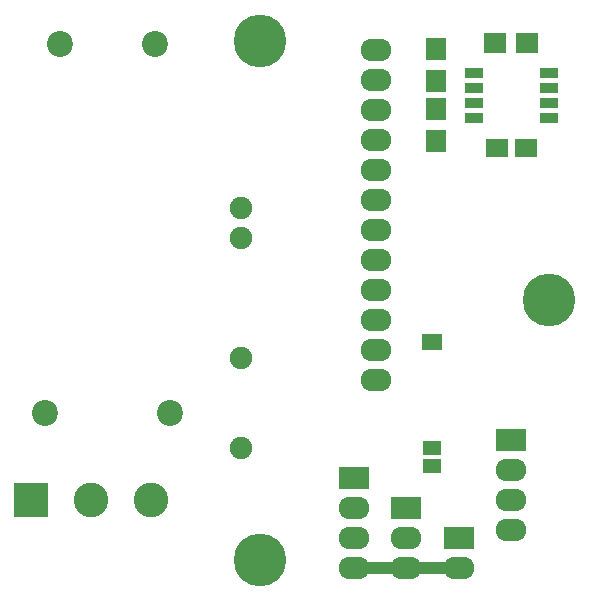
<source format=gbr>
G04 #@! TF.FileFunction,Soldermask,Top*
%FSLAX46Y46*%
G04 Gerber Fmt 4.6, Leading zero omitted, Abs format (unit mm)*
G04 Created by KiCad (PCBNEW 4.0.1-stable) date 8-3-2016 22:19:15*
%MOMM*%
G01*
G04 APERTURE LIST*
%ADD10C,0.100000*%
%ADD11C,1.000000*%
%ADD12C,2.200000*%
%ADD13C,4.464000*%
%ADD14R,1.900000X1.650000*%
%ADD15R,2.940000X2.940000*%
%ADD16C,2.940000*%
%ADD17R,2.599640X1.924000*%
%ADD18O,2.599640X1.924000*%
%ADD19R,1.700000X1.900000*%
%ADD20R,1.900000X1.700000*%
%ADD21R,1.543000X0.908000*%
%ADD22O,2.597100X1.924000*%
%ADD23C,1.900000*%
%ADD24R,1.600000X1.200000*%
%ADD25R,1.800000X1.400000*%
G04 APERTURE END LIST*
D10*
D11*
X155480000Y-125125000D02*
X164370000Y-125125000D01*
D12*
X129300000Y-112000000D03*
X139900000Y-112000000D03*
X138600000Y-80800000D03*
X130600000Y-80800000D03*
D13*
X172000000Y-102500000D03*
X147500000Y-80500000D03*
X147500000Y-124500000D03*
D14*
X167565000Y-89565000D03*
X170065000Y-89565000D03*
D15*
X128175000Y-119410000D03*
D16*
X133255000Y-119410000D03*
X138335000Y-119410000D03*
D17*
X159925000Y-120045000D03*
D18*
X159925000Y-122585000D03*
X159925000Y-125125000D03*
D17*
X155480000Y-117505000D03*
D18*
X155480000Y-120045000D03*
X155480000Y-122585000D03*
X155480000Y-125125000D03*
D17*
X164370000Y-122585000D03*
D18*
X164370000Y-125125000D03*
D19*
X162465000Y-86310000D03*
X162465000Y-89010000D03*
X162465000Y-81230000D03*
X162465000Y-83930000D03*
D20*
X170165000Y-80675000D03*
X167465000Y-80675000D03*
D21*
X171990000Y-83215000D03*
X171990000Y-84485000D03*
X171990000Y-85755000D03*
X171990000Y-87025000D03*
X165640000Y-87025000D03*
X165640000Y-85755000D03*
X165640000Y-84485000D03*
X165640000Y-83215000D03*
D17*
X168815000Y-114330000D03*
D18*
X168815000Y-116870000D03*
X168815000Y-119410000D03*
X168815000Y-121950000D03*
X157385000Y-109250000D03*
D22*
X157385000Y-106710000D03*
X157385000Y-104170000D03*
X157385000Y-101630000D03*
X157385000Y-99090000D03*
X157385000Y-96550000D03*
X157385000Y-94010000D03*
X157385000Y-91470000D03*
X157385000Y-88930000D03*
X157385000Y-86390000D03*
X157385000Y-83850000D03*
X157385000Y-81310000D03*
D23*
X145955000Y-114965000D03*
X145955000Y-107345000D03*
X145955000Y-97185000D03*
X145955000Y-94645000D03*
D24*
X162065000Y-115020000D03*
X162065000Y-116520000D03*
D25*
X162065000Y-106020000D03*
M02*

</source>
